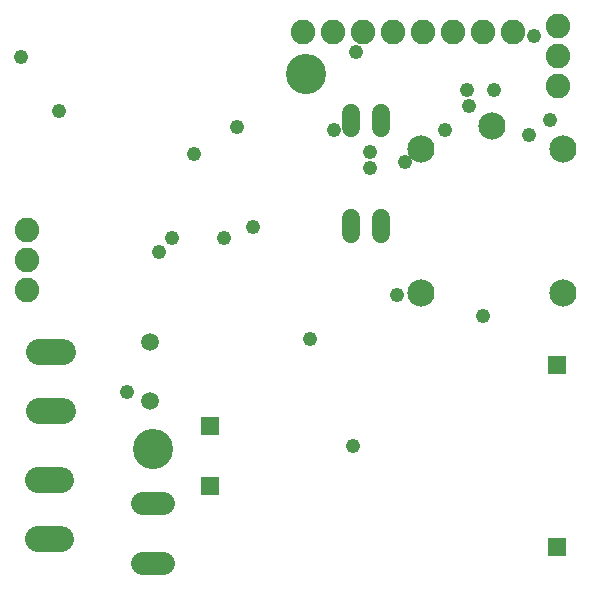
<source format=gbs>
G75*
%MOIN*%
%OFA0B0*%
%FSLAX25Y25*%
%IPPOS*%
%LPD*%
%AMOC8*
5,1,8,0,0,1.08239X$1,22.5*
%
%ADD10C,0.13398*%
%ADD11C,0.06000*%
%ADD12C,0.05950*%
%ADD13R,0.05950X0.05950*%
%ADD14C,0.09068*%
%ADD15C,0.08600*%
%ADD16C,0.07800*%
%ADD17C,0.08200*%
%ADD18C,0.04800*%
D10*
X0071833Y0055000D03*
X0122833Y0180000D03*
D11*
X0137833Y0167200D02*
X0137833Y0162000D01*
X0147833Y0162000D02*
X0147833Y0167200D01*
X0147833Y0132000D02*
X0147833Y0126800D01*
X0137833Y0126800D02*
X0137833Y0132000D01*
D12*
X0070833Y0090843D03*
X0070833Y0071157D03*
D13*
X0090888Y0062606D03*
X0090888Y0042921D03*
X0206636Y0022449D03*
X0206636Y0083079D03*
D14*
X0208455Y0106984D03*
X0161211Y0106984D03*
X0161211Y0155016D03*
X0184833Y0162890D03*
X0208455Y0155016D03*
D15*
X0041233Y0025200D02*
X0033433Y0025200D01*
X0033433Y0044900D02*
X0041233Y0044900D01*
X0041733Y0067700D02*
X0033933Y0067700D01*
X0033933Y0087400D02*
X0041733Y0087400D01*
D16*
X0068333Y0037000D02*
X0075333Y0037000D01*
X0075333Y0017000D02*
X0068333Y0017000D01*
D17*
X0029833Y0108000D03*
X0029833Y0118000D03*
X0029833Y0128000D03*
X0121833Y0194000D03*
X0131833Y0194000D03*
X0141833Y0194000D03*
X0151833Y0194000D03*
X0161833Y0194000D03*
X0171833Y0194000D03*
X0181833Y0194000D03*
X0191833Y0194000D03*
X0206833Y0196000D03*
X0206833Y0186000D03*
X0206833Y0176000D03*
D18*
X0204333Y0164600D03*
X0197133Y0159600D03*
X0185433Y0174900D03*
X0176433Y0174900D03*
X0177333Y0169500D03*
X0169233Y0161400D03*
X0155733Y0150600D03*
X0144033Y0148800D03*
X0144033Y0154200D03*
X0132333Y0161400D03*
X0139533Y0187500D03*
X0099933Y0162300D03*
X0085533Y0153300D03*
X0105333Y0129000D03*
X0095433Y0125500D03*
X0078333Y0125500D03*
X0073833Y0120900D03*
X0063033Y0074100D03*
X0124033Y0091900D03*
X0153033Y0106500D03*
X0181833Y0099300D03*
X0138633Y0056100D03*
X0040533Y0167700D03*
X0027933Y0185800D03*
X0198933Y0192900D03*
M02*

</source>
